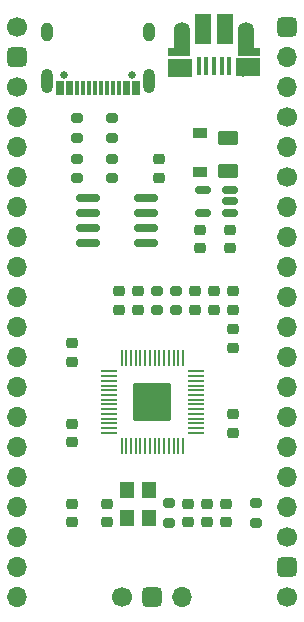
<source format=gbr>
%TF.GenerationSoftware,KiCad,Pcbnew,(6.0.1)*%
%TF.CreationDate,2022-03-04T09:32:41+09:00*%
%TF.ProjectId,yuiop2040,7975696f-7032-4303-9430-2e6b69636164,2*%
%TF.SameCoordinates,Original*%
%TF.FileFunction,Soldermask,Top*%
%TF.FilePolarity,Negative*%
%FSLAX46Y46*%
G04 Gerber Fmt 4.6, Leading zero omitted, Abs format (unit mm)*
G04 Created by KiCad (PCBNEW (6.0.1)) date 2022-03-04 09:32:41*
%MOMM*%
%LPD*%
G01*
G04 APERTURE LIST*
G04 Aperture macros list*
%AMRoundRect*
0 Rectangle with rounded corners*
0 $1 Rounding radius*
0 $2 $3 $4 $5 $6 $7 $8 $9 X,Y pos of 4 corners*
0 Add a 4 corners polygon primitive as box body*
4,1,4,$2,$3,$4,$5,$6,$7,$8,$9,$2,$3,0*
0 Add four circle primitives for the rounded corners*
1,1,$1+$1,$2,$3*
1,1,$1+$1,$4,$5*
1,1,$1+$1,$6,$7*
1,1,$1+$1,$8,$9*
0 Add four rect primitives between the rounded corners*
20,1,$1+$1,$2,$3,$4,$5,0*
20,1,$1+$1,$4,$5,$6,$7,0*
20,1,$1+$1,$6,$7,$8,$9,0*
20,1,$1+$1,$8,$9,$2,$3,0*%
G04 Aperture macros list end*
%ADD10RoundRect,0.200000X0.275000X-0.200000X0.275000X0.200000X-0.275000X0.200000X-0.275000X-0.200000X0*%
%ADD11RoundRect,0.050000X-0.650000X-0.050000X0.650000X-0.050000X0.650000X0.050000X-0.650000X0.050000X0*%
%ADD12RoundRect,0.050000X-0.050000X-0.650000X0.050000X-0.650000X0.050000X0.650000X-0.050000X0.650000X0*%
%ADD13RoundRect,0.144000X-1.456000X-1.456000X1.456000X-1.456000X1.456000X1.456000X-1.456000X1.456000X0*%
%ADD14C,1.700000*%
%ADD15RoundRect,0.425000X0.425000X0.425000X-0.425000X0.425000X-0.425000X-0.425000X0.425000X-0.425000X0*%
%ADD16O,1.700000X1.700000*%
%ADD17RoundRect,0.225000X-0.250000X0.225000X-0.250000X-0.225000X0.250000X-0.225000X0.250000X0.225000X0*%
%ADD18RoundRect,0.150000X0.512500X0.150000X-0.512500X0.150000X-0.512500X-0.150000X0.512500X-0.150000X0*%
%ADD19RoundRect,0.425000X0.425000X-0.425000X0.425000X0.425000X-0.425000X0.425000X-0.425000X-0.425000X0*%
%ADD20RoundRect,0.225000X0.250000X-0.225000X0.250000X0.225000X-0.250000X0.225000X-0.250000X-0.225000X0*%
%ADD21R,1.200000X0.900000*%
%ADD22RoundRect,0.200000X-0.275000X0.200000X-0.275000X-0.200000X0.275000X-0.200000X0.275000X0.200000X0*%
%ADD23R,1.200000X1.400000*%
%ADD24RoundRect,0.250000X-0.625000X0.375000X-0.625000X-0.375000X0.625000X-0.375000X0.625000X0.375000X0*%
%ADD25RoundRect,0.150000X-0.825000X-0.150000X0.825000X-0.150000X0.825000X0.150000X-0.825000X0.150000X0*%
%ADD26RoundRect,0.425000X-0.425000X-0.425000X0.425000X-0.425000X0.425000X0.425000X-0.425000X0.425000X0*%
%ADD27R,0.400000X1.650000*%
%ADD28O,1.350000X1.700000*%
%ADD29R,1.430000X2.500000*%
%ADD30R,2.000000X1.500000*%
%ADD31R,1.350000X2.000000*%
%ADD32R,1.825000X0.700000*%
%ADD33O,1.100000X1.500000*%
%ADD34C,0.650000*%
%ADD35R,0.300000X1.150000*%
%ADD36O,1.000000X1.600000*%
%ADD37O,1.000000X2.100000*%
G04 APERTURE END LIST*
D10*
%TO.C,R2*%
X141400000Y-99025000D03*
X141400000Y-97375000D03*
%TD*%
D11*
%TO.C,U2*%
X135700000Y-104200000D03*
X135700000Y-104600000D03*
X135700000Y-105000000D03*
X135700000Y-105400000D03*
X135700000Y-105800000D03*
X135700000Y-106200000D03*
X135700000Y-106600000D03*
X135700000Y-107000000D03*
X135700000Y-107400000D03*
X135700000Y-107800000D03*
X135700000Y-108200000D03*
X135700000Y-108600000D03*
X135700000Y-109000000D03*
X135700000Y-109400000D03*
D12*
X136800000Y-110500000D03*
X137200000Y-110500000D03*
X137600000Y-110500000D03*
X138000000Y-110500000D03*
X138400000Y-110500000D03*
X138800000Y-110500000D03*
X139200000Y-110500000D03*
X139600000Y-110500000D03*
X140000000Y-110500000D03*
X140400000Y-110500000D03*
X140800000Y-110500000D03*
X141200000Y-110500000D03*
X141600000Y-110500000D03*
X142000000Y-110500000D03*
D11*
X143100000Y-109400000D03*
X143100000Y-109000000D03*
X143100000Y-108600000D03*
X143100000Y-108200000D03*
X143100000Y-107800000D03*
X143100000Y-107400000D03*
X143100000Y-107000000D03*
X143100000Y-106600000D03*
X143100000Y-106200000D03*
X143100000Y-105800000D03*
X143100000Y-105400000D03*
X143100000Y-105000000D03*
X143100000Y-104600000D03*
X143100000Y-104200000D03*
D12*
X142000000Y-103100000D03*
X141600000Y-103100000D03*
X141200000Y-103100000D03*
X140800000Y-103100000D03*
X140400000Y-103100000D03*
X140000000Y-103100000D03*
X139600000Y-103100000D03*
X139200000Y-103100000D03*
X138800000Y-103100000D03*
X138400000Y-103100000D03*
X138000000Y-103100000D03*
X137600000Y-103100000D03*
X137200000Y-103100000D03*
X136800000Y-103100000D03*
D13*
X139400000Y-106800000D03*
%TD*%
D14*
%TO.C,J4*%
X150830000Y-123310000D03*
D15*
X150830000Y-120770000D03*
D14*
X150830000Y-118230000D03*
D16*
X150830000Y-115690000D03*
X150830000Y-113150000D03*
X150830000Y-110610000D03*
X150830000Y-108070000D03*
X150830000Y-105530000D03*
X150830000Y-102990000D03*
X150830000Y-100450000D03*
X150830000Y-97910000D03*
X150830000Y-95370000D03*
X150830000Y-92830000D03*
X150830000Y-90290000D03*
D14*
X150830000Y-87750000D03*
D16*
X150830000Y-85210000D03*
D14*
X150830000Y-82670000D03*
D16*
X150830000Y-80130000D03*
X150830000Y-77590000D03*
D15*
X150830000Y-75050000D03*
%TD*%
D17*
%TO.C,C10*%
X144000000Y-115425000D03*
X144000000Y-116975000D03*
%TD*%
%TO.C,C9*%
X132600000Y-108625000D03*
X132600000Y-110175000D03*
%TD*%
%TO.C,C11*%
X146200000Y-107825000D03*
X146200000Y-109375000D03*
%TD*%
D10*
%TO.C,R1*%
X139800000Y-99025000D03*
X139800000Y-97375000D03*
%TD*%
D18*
%TO.C,U1*%
X145937500Y-90750000D03*
X145937500Y-89800000D03*
X145937500Y-88850000D03*
X143662500Y-88850000D03*
X143662500Y-90750000D03*
%TD*%
D14*
%TO.C,J5*%
X136860000Y-123310000D03*
D19*
X139400000Y-123310000D03*
D16*
X141940000Y-123310000D03*
%TD*%
D20*
%TO.C,C4*%
X135600000Y-116975000D03*
X135600000Y-115425000D03*
%TD*%
D21*
%TO.C,DS1*%
X143400000Y-87350000D03*
X143400000Y-84050000D03*
%TD*%
D17*
%TO.C,C15*%
X145600000Y-115425000D03*
X145600000Y-116975000D03*
%TD*%
D22*
%TO.C,R7*%
X136000000Y-82750000D03*
X136000000Y-84400000D03*
%TD*%
D17*
%TO.C,C3*%
X132600000Y-115425000D03*
X132600000Y-116975000D03*
%TD*%
D23*
%TO.C,Y1*%
X137250000Y-114200000D03*
X137250000Y-116600000D03*
X139150000Y-116600000D03*
X139150000Y-114200000D03*
%TD*%
D22*
%TO.C,R8*%
X133000000Y-82775000D03*
X133000000Y-84425000D03*
%TD*%
D20*
%TO.C,C12*%
X146200000Y-102175000D03*
X146200000Y-100625000D03*
%TD*%
D17*
%TO.C,C1*%
X146000000Y-92225000D03*
X146000000Y-93775000D03*
%TD*%
D24*
%TO.C,F1*%
X145800000Y-84400000D03*
X145800000Y-87200000D03*
%TD*%
D20*
%TO.C,C7*%
X143000000Y-98975000D03*
X143000000Y-97425000D03*
%TD*%
%TO.C,C14*%
X138200000Y-98975000D03*
X138200000Y-97425000D03*
%TD*%
D22*
%TO.C,R5*%
X133000000Y-86175000D03*
X133000000Y-87825000D03*
%TD*%
D20*
%TO.C,C6*%
X144600000Y-98975000D03*
X144600000Y-97425000D03*
%TD*%
D25*
%TO.C,U3*%
X133925000Y-89520000D03*
X133925000Y-90790000D03*
X133925000Y-92060000D03*
X133925000Y-93330000D03*
X138875000Y-93330000D03*
X138875000Y-92060000D03*
X138875000Y-90790000D03*
X138875000Y-89520000D03*
%TD*%
D20*
%TO.C,C16*%
X136600000Y-98975000D03*
X136600000Y-97425000D03*
%TD*%
D10*
%TO.C,R3*%
X140800000Y-117025000D03*
X140800000Y-115375000D03*
%TD*%
D20*
%TO.C,C13*%
X146200000Y-98975000D03*
X146200000Y-97425000D03*
%TD*%
D14*
%TO.C,J3*%
X127970000Y-75050000D03*
D26*
X127970000Y-77590000D03*
D14*
X127970000Y-80130000D03*
D16*
X127970000Y-82670000D03*
X127970000Y-85210000D03*
X127970000Y-87750000D03*
X127970000Y-90290000D03*
X127970000Y-92830000D03*
X127970000Y-95370000D03*
X127970000Y-97910000D03*
X127970000Y-100450000D03*
X127970000Y-102990000D03*
X127970000Y-105530000D03*
X127970000Y-108070000D03*
X127970000Y-110610000D03*
X127970000Y-113150000D03*
X127970000Y-115690000D03*
X127970000Y-118230000D03*
X127970000Y-120770000D03*
X127970000Y-123310000D03*
%TD*%
D17*
%TO.C,C2*%
X143400000Y-92225000D03*
X143400000Y-93775000D03*
%TD*%
D20*
%TO.C,C5*%
X142400000Y-116975000D03*
X142400000Y-115425000D03*
%TD*%
D27*
%TO.C,J1*%
X145925000Y-78365000D03*
X145275000Y-78365000D03*
X144625000Y-78365000D03*
X143975000Y-78365000D03*
X143325000Y-78365000D03*
D28*
X141895000Y-75485000D03*
D29*
X145585000Y-75215000D03*
D30*
X141725000Y-78485000D03*
D31*
X147355000Y-76415000D03*
D29*
X143665000Y-75215000D03*
D30*
X147475000Y-78465000D03*
D31*
X141875000Y-76415000D03*
D32*
X141625000Y-77165000D03*
D33*
X142205000Y-78485000D03*
D32*
X147575000Y-77165000D03*
D33*
X147045000Y-78485000D03*
D28*
X147355000Y-75485000D03*
%TD*%
D34*
%TO.C,J2*%
X137690000Y-79120000D03*
X131910000Y-79120000D03*
D35*
X138150000Y-80185000D03*
X137350000Y-80185000D03*
X136050000Y-80185000D03*
X135050000Y-80185000D03*
X134550000Y-80185000D03*
X133550000Y-80185000D03*
X132250000Y-80185000D03*
X131450000Y-80185000D03*
X131750000Y-80185000D03*
X132550000Y-80185000D03*
X133050000Y-80185000D03*
X134050000Y-80185000D03*
X135550000Y-80185000D03*
X136550000Y-80185000D03*
X137050000Y-80185000D03*
X137850000Y-80185000D03*
D36*
X130480000Y-75440000D03*
X139120000Y-75440000D03*
D37*
X139120000Y-79620000D03*
X130480000Y-79620000D03*
%TD*%
D20*
%TO.C,C8*%
X132600000Y-103375000D03*
X132600000Y-101825000D03*
%TD*%
%TO.C,C17*%
X140000000Y-87800000D03*
X140000000Y-86250000D03*
%TD*%
D10*
%TO.C,R6*%
X148200000Y-117025000D03*
X148200000Y-115375000D03*
%TD*%
%TO.C,R4*%
X136000000Y-87825000D03*
X136000000Y-86175000D03*
%TD*%
M02*

</source>
